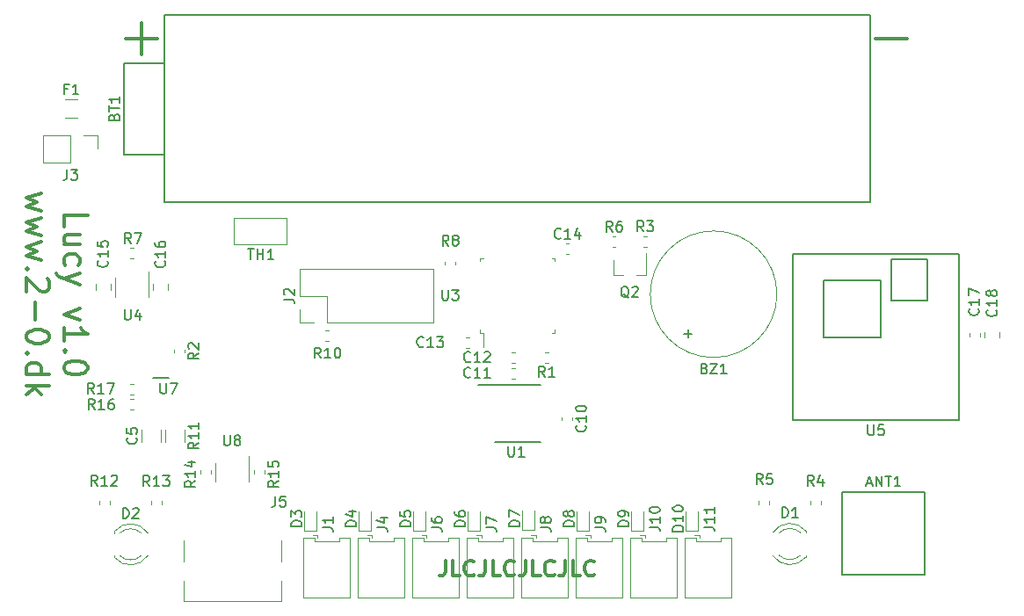
<source format=gbr>
G04 #@! TF.GenerationSoftware,KiCad,Pcbnew,5.1.8-db9833491~87~ubuntu20.04.1*
G04 #@! TF.CreationDate,2020-11-23T16:13:26+01:00*
G04 #@! TF.ProjectId,lucy,6c756379-2e6b-4696-9361-645f70636258,v1.0*
G04 #@! TF.SameCoordinates,Original*
G04 #@! TF.FileFunction,Legend,Top*
G04 #@! TF.FilePolarity,Positive*
%FSLAX46Y46*%
G04 Gerber Fmt 4.6, Leading zero omitted, Abs format (unit mm)*
G04 Created by KiCad (PCBNEW 5.1.8-db9833491~87~ubuntu20.04.1) date 2020-11-23 16:13:26*
%MOMM*%
%LPD*%
G01*
G04 APERTURE LIST*
%ADD10C,0.300000*%
%ADD11C,0.150000*%
%ADD12C,0.200000*%
%ADD13C,0.120000*%
G04 APERTURE END LIST*
D10*
X143031428Y-125518571D02*
X143031428Y-126590000D01*
X142960000Y-126804285D01*
X142817142Y-126947142D01*
X142602857Y-127018571D01*
X142460000Y-127018571D01*
X144460000Y-127018571D02*
X143745714Y-127018571D01*
X143745714Y-125518571D01*
X145817142Y-126875714D02*
X145745714Y-126947142D01*
X145531428Y-127018571D01*
X145388571Y-127018571D01*
X145174285Y-126947142D01*
X145031428Y-126804285D01*
X144960000Y-126661428D01*
X144888571Y-126375714D01*
X144888571Y-126161428D01*
X144960000Y-125875714D01*
X145031428Y-125732857D01*
X145174285Y-125590000D01*
X145388571Y-125518571D01*
X145531428Y-125518571D01*
X145745714Y-125590000D01*
X145817142Y-125661428D01*
X146888571Y-125518571D02*
X146888571Y-126590000D01*
X146817142Y-126804285D01*
X146674285Y-126947142D01*
X146460000Y-127018571D01*
X146317142Y-127018571D01*
X148317142Y-127018571D02*
X147602857Y-127018571D01*
X147602857Y-125518571D01*
X149674285Y-126875714D02*
X149602857Y-126947142D01*
X149388571Y-127018571D01*
X149245714Y-127018571D01*
X149031428Y-126947142D01*
X148888571Y-126804285D01*
X148817142Y-126661428D01*
X148745714Y-126375714D01*
X148745714Y-126161428D01*
X148817142Y-125875714D01*
X148888571Y-125732857D01*
X149031428Y-125590000D01*
X149245714Y-125518571D01*
X149388571Y-125518571D01*
X149602857Y-125590000D01*
X149674285Y-125661428D01*
X150745714Y-125518571D02*
X150745714Y-126590000D01*
X150674285Y-126804285D01*
X150531428Y-126947142D01*
X150317142Y-127018571D01*
X150174285Y-127018571D01*
X152174285Y-127018571D02*
X151460000Y-127018571D01*
X151460000Y-125518571D01*
X153531428Y-126875714D02*
X153460000Y-126947142D01*
X153245714Y-127018571D01*
X153102857Y-127018571D01*
X152888571Y-126947142D01*
X152745714Y-126804285D01*
X152674285Y-126661428D01*
X152602857Y-126375714D01*
X152602857Y-126161428D01*
X152674285Y-125875714D01*
X152745714Y-125732857D01*
X152888571Y-125590000D01*
X153102857Y-125518571D01*
X153245714Y-125518571D01*
X153460000Y-125590000D01*
X153531428Y-125661428D01*
X154602857Y-125518571D02*
X154602857Y-126590000D01*
X154531428Y-126804285D01*
X154388571Y-126947142D01*
X154174285Y-127018571D01*
X154031428Y-127018571D01*
X156031428Y-127018571D02*
X155317142Y-127018571D01*
X155317142Y-125518571D01*
X157388571Y-126875714D02*
X157317142Y-126947142D01*
X157102857Y-127018571D01*
X156960000Y-127018571D01*
X156745714Y-126947142D01*
X156602857Y-126804285D01*
X156531428Y-126661428D01*
X156460000Y-126375714D01*
X156460000Y-126161428D01*
X156531428Y-125875714D01*
X156602857Y-125732857D01*
X156745714Y-125590000D01*
X156960000Y-125518571D01*
X157102857Y-125518571D01*
X157317142Y-125590000D01*
X157388571Y-125661428D01*
X115273809Y-75285714D02*
X112226190Y-75285714D01*
X113750000Y-76809523D02*
X113750000Y-73761904D01*
X187523809Y-75285714D02*
X184476190Y-75285714D01*
X106319642Y-93344285D02*
X106319642Y-92272857D01*
X108569642Y-92272857D01*
X107819642Y-95058571D02*
X106319642Y-95058571D01*
X107819642Y-94094285D02*
X106641071Y-94094285D01*
X106426785Y-94201428D01*
X106319642Y-94415714D01*
X106319642Y-94737142D01*
X106426785Y-94951428D01*
X106533928Y-95058571D01*
X106426785Y-97094285D02*
X106319642Y-96880000D01*
X106319642Y-96451428D01*
X106426785Y-96237142D01*
X106533928Y-96130000D01*
X106748214Y-96022857D01*
X107391071Y-96022857D01*
X107605357Y-96130000D01*
X107712500Y-96237142D01*
X107819642Y-96451428D01*
X107819642Y-96880000D01*
X107712500Y-97094285D01*
X107819642Y-97844285D02*
X106319642Y-98380000D01*
X107819642Y-98915714D02*
X106319642Y-98380000D01*
X105783928Y-98165714D01*
X105676785Y-98058571D01*
X105569642Y-97844285D01*
X107819642Y-101272857D02*
X106319642Y-101808571D01*
X107819642Y-102344285D01*
X106319642Y-104380000D02*
X106319642Y-103094285D01*
X106319642Y-103737142D02*
X108569642Y-103737142D01*
X108248214Y-103522857D01*
X108033928Y-103308571D01*
X107926785Y-103094285D01*
X106533928Y-105344285D02*
X106426785Y-105451428D01*
X106319642Y-105344285D01*
X106426785Y-105237142D01*
X106533928Y-105344285D01*
X106319642Y-105344285D01*
X108569642Y-106844285D02*
X108569642Y-107058571D01*
X108462500Y-107272857D01*
X108355357Y-107380000D01*
X108141071Y-107487142D01*
X107712500Y-107594285D01*
X107176785Y-107594285D01*
X106748214Y-107487142D01*
X106533928Y-107380000D01*
X106426785Y-107272857D01*
X106319642Y-107058571D01*
X106319642Y-106844285D01*
X106426785Y-106630000D01*
X106533928Y-106522857D01*
X106748214Y-106415714D01*
X107176785Y-106308571D01*
X107712500Y-106308571D01*
X108141071Y-106415714D01*
X108355357Y-106522857D01*
X108462500Y-106630000D01*
X108569642Y-106844285D01*
X104144642Y-90130000D02*
X102644642Y-90558571D01*
X103716071Y-90987142D01*
X102644642Y-91415714D01*
X104144642Y-91844285D01*
X104144642Y-92487142D02*
X102644642Y-92915714D01*
X103716071Y-93344285D01*
X102644642Y-93772857D01*
X104144642Y-94201428D01*
X104144642Y-94844285D02*
X102644642Y-95272857D01*
X103716071Y-95701428D01*
X102644642Y-96130000D01*
X104144642Y-96558571D01*
X102858928Y-97415714D02*
X102751785Y-97522857D01*
X102644642Y-97415714D01*
X102751785Y-97308571D01*
X102858928Y-97415714D01*
X102644642Y-97415714D01*
X104680357Y-98380000D02*
X104787500Y-98487142D01*
X104894642Y-98701428D01*
X104894642Y-99237142D01*
X104787500Y-99451428D01*
X104680357Y-99558571D01*
X104466071Y-99665714D01*
X104251785Y-99665714D01*
X103930357Y-99558571D01*
X102644642Y-98272857D01*
X102644642Y-99665714D01*
X103501785Y-100630000D02*
X103501785Y-102344285D01*
X104894642Y-103844285D02*
X104894642Y-104058571D01*
X104787500Y-104272857D01*
X104680357Y-104380000D01*
X104466071Y-104487142D01*
X104037500Y-104594285D01*
X103501785Y-104594285D01*
X103073214Y-104487142D01*
X102858928Y-104380000D01*
X102751785Y-104272857D01*
X102644642Y-104058571D01*
X102644642Y-103844285D01*
X102751785Y-103630000D01*
X102858928Y-103522857D01*
X103073214Y-103415714D01*
X103501785Y-103308571D01*
X104037500Y-103308571D01*
X104466071Y-103415714D01*
X104680357Y-103522857D01*
X104787500Y-103630000D01*
X104894642Y-103844285D01*
X102858928Y-105558571D02*
X102751785Y-105665714D01*
X102644642Y-105558571D01*
X102751785Y-105451428D01*
X102858928Y-105558571D01*
X102644642Y-105558571D01*
X102644642Y-107594285D02*
X104894642Y-107594285D01*
X102751785Y-107594285D02*
X102644642Y-107380000D01*
X102644642Y-106951428D01*
X102751785Y-106737142D01*
X102858928Y-106630000D01*
X103073214Y-106522857D01*
X103716071Y-106522857D01*
X103930357Y-106630000D01*
X104037500Y-106737142D01*
X104144642Y-106951428D01*
X104144642Y-107380000D01*
X104037500Y-107594285D01*
X102644642Y-108665714D02*
X104894642Y-108665714D01*
X103501785Y-108880000D02*
X102644642Y-109522857D01*
X104144642Y-109522857D02*
X103287500Y-108665714D01*
D11*
X181250000Y-126930000D02*
X181250000Y-118930000D01*
X189250000Y-126930000D02*
X181250000Y-126930000D01*
X189250000Y-118930000D02*
X189250000Y-126930000D01*
X181250000Y-118930000D02*
X189250000Y-118930000D01*
D12*
X116365000Y-107955000D02*
X114840000Y-107955000D01*
D13*
X117800000Y-129400000D02*
X127200000Y-129400000D01*
X127200000Y-123600000D02*
X127200000Y-125600000D01*
X127200000Y-127500000D02*
X127200000Y-129400000D01*
X117800000Y-123600000D02*
X117800000Y-125600000D01*
X117800000Y-127500000D02*
X117800000Y-129400000D01*
D11*
X116000000Y-73000000D02*
X184000000Y-73000000D01*
X184000000Y-73000000D02*
X184000000Y-91000000D01*
X184000000Y-91000000D02*
X116000000Y-91000000D01*
X116000000Y-91000000D02*
X116000000Y-73000000D01*
X116000000Y-86400000D02*
X112100000Y-86400000D01*
X112100000Y-86400000D02*
X112100000Y-77600000D01*
X112100000Y-77600000D02*
X116000000Y-77600000D01*
X192500000Y-96000000D02*
X192500000Y-112000000D01*
X192500000Y-112000000D02*
X176500000Y-112000000D01*
X176500000Y-112000000D02*
X176500000Y-96000000D01*
X176500000Y-96000000D02*
X192500000Y-96000000D01*
X179500000Y-98500000D02*
X185000000Y-98500000D01*
X185000000Y-98500000D02*
X185000000Y-104000000D01*
X185000000Y-104000000D02*
X179500000Y-104000000D01*
X179500000Y-104000000D02*
X179500000Y-98500000D01*
X186000000Y-96500000D02*
X189500000Y-96500000D01*
X189500000Y-96500000D02*
X189500000Y-100500000D01*
X189500000Y-100500000D02*
X186000000Y-100500000D01*
X186000000Y-100500000D02*
X186000000Y-96500000D01*
D13*
X144020000Y-97042779D02*
X144020000Y-96717221D01*
X143000000Y-97042779D02*
X143000000Y-96717221D01*
X152637221Y-106470000D02*
X152962779Y-106470000D01*
X152637221Y-105450000D02*
X152962779Y-105450000D01*
X117930000Y-105512779D02*
X117930000Y-105187221D01*
X116910000Y-105512779D02*
X116910000Y-105187221D01*
X159452779Y-95300000D02*
X159127221Y-95300000D01*
X159452779Y-94280000D02*
X159127221Y-94280000D01*
X194510000Y-103624721D02*
X194510000Y-103950279D01*
X193490000Y-103624721D02*
X193490000Y-103950279D01*
X196410000Y-103528922D02*
X196410000Y-104046078D01*
X194990000Y-103528922D02*
X194990000Y-104046078D01*
X174980000Y-99870000D02*
G75*
G03*
X174980000Y-99870000I-6100000J0D01*
G01*
X149772779Y-107980000D02*
X149447221Y-107980000D01*
X149772779Y-106960000D02*
X149447221Y-106960000D01*
X149772779Y-105450000D02*
X149447221Y-105450000D01*
X149772779Y-106470000D02*
X149447221Y-106470000D01*
X145352779Y-104000000D02*
X145027221Y-104000000D01*
X145352779Y-105020000D02*
X145027221Y-105020000D01*
X154637221Y-94990000D02*
X154962779Y-94990000D01*
X154637221Y-96010000D02*
X154962779Y-96010000D01*
X109360000Y-98911422D02*
X109360000Y-99428578D01*
X110780000Y-98911422D02*
X110780000Y-99428578D01*
X114860000Y-99428578D02*
X114860000Y-98911422D01*
X116280000Y-99428578D02*
X116280000Y-98911422D01*
X177790000Y-125176000D02*
X177790000Y-125020000D01*
X177790000Y-122860000D02*
X177790000Y-122704000D01*
X174557665Y-125018608D02*
G75*
G03*
X177790000Y-125175516I1672335J1078608D01*
G01*
X174557665Y-122861392D02*
G75*
G02*
X177790000Y-122704484I1672335J-1078608D01*
G01*
X175188870Y-125019837D02*
G75*
G03*
X177270961Y-125020000I1041130J1079837D01*
G01*
X175188870Y-122860163D02*
G75*
G02*
X177270961Y-122860000I1041130J-1079837D01*
G01*
X106417936Y-81080000D02*
X107622064Y-81080000D01*
X106417936Y-82900000D02*
X107622064Y-82900000D01*
X159218000Y-98036000D02*
X160148000Y-98036000D01*
X162378000Y-98036000D02*
X161448000Y-98036000D01*
X162378000Y-98036000D02*
X162378000Y-95876000D01*
X159218000Y-98036000D02*
X159218000Y-96576000D01*
X179240000Y-119777221D02*
X179240000Y-120102779D01*
X178220000Y-119777221D02*
X178220000Y-120102779D01*
X174240000Y-120102779D02*
X174240000Y-119777221D01*
X173220000Y-120102779D02*
X173220000Y-119777221D01*
X112707221Y-95410000D02*
X113032779Y-95410000D01*
X112707221Y-96430000D02*
X113032779Y-96430000D01*
D11*
X147800000Y-114125000D02*
X152200000Y-114125000D01*
X146225000Y-108600000D02*
X152200000Y-108600000D01*
D13*
X131822779Y-104390000D02*
X131497221Y-104390000D01*
X131822779Y-103370000D02*
X131497221Y-103370000D01*
X111210000Y-98300000D02*
X111210000Y-100100000D01*
X114430000Y-100100000D02*
X114430000Y-97650000D01*
X155240000Y-111697221D02*
X155240000Y-112022779D01*
X154220000Y-111697221D02*
X154220000Y-112022779D01*
X109670000Y-120132779D02*
X109670000Y-119807221D01*
X110690000Y-120132779D02*
X110690000Y-119807221D01*
X115690000Y-119807221D02*
X115690000Y-120132779D01*
X114670000Y-119807221D02*
X114670000Y-120132779D01*
X119410000Y-116847221D02*
X119410000Y-117172779D01*
X120430000Y-116847221D02*
X120430000Y-117172779D01*
X125600000Y-116837221D02*
X125600000Y-117162779D01*
X124580000Y-116837221D02*
X124580000Y-117162779D01*
X153610000Y-96690000D02*
X153610000Y-96390000D01*
X153610000Y-96390000D02*
X153310000Y-96390000D01*
X153610000Y-103310000D02*
X153610000Y-103610000D01*
X153610000Y-103610000D02*
X153310000Y-103610000D01*
X146390000Y-96690000D02*
X146390000Y-96390000D01*
X146390000Y-96390000D02*
X146690000Y-96390000D01*
X146390000Y-103310000D02*
X146390000Y-103610000D01*
X146390000Y-103610000D02*
X146690000Y-103610000D01*
X146690000Y-103610000D02*
X146690000Y-104925000D01*
X124110000Y-117900000D02*
X124110000Y-115450000D01*
X120890000Y-116100000D02*
X120890000Y-117900000D01*
X111160000Y-122734000D02*
X111160000Y-122890000D01*
X111160000Y-125050000D02*
X111160000Y-125206000D01*
X114392335Y-122891392D02*
G75*
G03*
X111160000Y-122734484I-1672335J-1078608D01*
G01*
X114392335Y-125048608D02*
G75*
G02*
X111160000Y-125205516I-1672335J1078608D01*
G01*
X113761130Y-122890163D02*
G75*
G03*
X111679039Y-122890000I-1041130J-1079837D01*
G01*
X113761130Y-125049837D02*
G75*
G02*
X111679039Y-125050000I-1041130J1079837D01*
G01*
X112992779Y-111010000D02*
X112667221Y-111010000D01*
X112992779Y-109990000D02*
X112667221Y-109990000D01*
X112992779Y-108480000D02*
X112667221Y-108480000D01*
X112992779Y-109500000D02*
X112667221Y-109500000D01*
X115620000Y-112927936D02*
X115620000Y-114132064D01*
X113800000Y-112927936D02*
X113800000Y-114132064D01*
X130600000Y-120800000D02*
X130600000Y-122650000D01*
X129400000Y-120800000D02*
X129400000Y-122650000D01*
X129400000Y-122650000D02*
X130600000Y-122650000D01*
X134650000Y-122650000D02*
X135850000Y-122650000D01*
X134650000Y-120800000D02*
X134650000Y-122650000D01*
X135850000Y-120800000D02*
X135850000Y-122650000D01*
X141100000Y-120800000D02*
X141100000Y-122650000D01*
X139900000Y-120800000D02*
X139900000Y-122650000D01*
X139900000Y-122650000D02*
X141100000Y-122650000D01*
X145150000Y-122650000D02*
X146350000Y-122650000D01*
X145150000Y-120800000D02*
X145150000Y-122650000D01*
X146350000Y-120800000D02*
X146350000Y-122650000D01*
X150400000Y-122600000D02*
X151600000Y-122600000D01*
X150400000Y-120750000D02*
X150400000Y-122600000D01*
X151600000Y-120750000D02*
X151600000Y-122600000D01*
X156850000Y-120800000D02*
X156850000Y-122650000D01*
X155650000Y-120800000D02*
X155650000Y-122650000D01*
X155650000Y-122650000D02*
X156850000Y-122650000D01*
X160900000Y-122650000D02*
X162100000Y-122650000D01*
X160900000Y-120800000D02*
X160900000Y-122650000D01*
X162100000Y-120800000D02*
X162100000Y-122650000D01*
X167350000Y-120800000D02*
X167350000Y-122650000D01*
X166150000Y-120800000D02*
X166150000Y-122650000D01*
X166150000Y-122650000D02*
X167350000Y-122650000D01*
X104310000Y-84530000D02*
X104310000Y-87190000D01*
X106910000Y-84530000D02*
X104310000Y-84530000D01*
X106910000Y-87190000D02*
X104310000Y-87190000D01*
X106910000Y-84530000D02*
X106910000Y-87190000D01*
X108180000Y-84530000D02*
X109510000Y-84530000D01*
X109510000Y-84530000D02*
X109510000Y-85860000D01*
X162137221Y-94280000D02*
X162462779Y-94280000D01*
X162137221Y-95300000D02*
X162462779Y-95300000D01*
X117920000Y-112927936D02*
X117920000Y-114132064D01*
X116100000Y-112927936D02*
X116100000Y-114132064D01*
X130750000Y-123350000D02*
X130750000Y-123050000D01*
X130750000Y-123050000D02*
X130250000Y-123050000D01*
X131625000Y-123640000D02*
X130460000Y-123640000D01*
X130460000Y-123640000D02*
X130460000Y-123340000D01*
X130460000Y-123340000D02*
X129390000Y-123340000D01*
X129390000Y-123340000D02*
X129390000Y-129060000D01*
X129390000Y-129060000D02*
X131625000Y-129060000D01*
X131625000Y-123640000D02*
X132790000Y-123640000D01*
X132790000Y-123640000D02*
X132790000Y-123340000D01*
X132790000Y-123340000D02*
X133860000Y-123340000D01*
X133860000Y-123340000D02*
X133860000Y-129060000D01*
X133860000Y-129060000D02*
X131625000Y-129060000D01*
X129030000Y-102620000D02*
X129030000Y-101290000D01*
X130360000Y-102620000D02*
X129030000Y-102620000D01*
X129030000Y-100020000D02*
X129030000Y-97420000D01*
X131630000Y-100020000D02*
X129030000Y-100020000D01*
X131630000Y-102620000D02*
X131630000Y-100020000D01*
X129030000Y-97420000D02*
X141850000Y-97420000D01*
X131630000Y-102620000D02*
X141850000Y-102620000D01*
X141850000Y-102620000D02*
X141850000Y-97420000D01*
X139110000Y-129060000D02*
X136875000Y-129060000D01*
X139110000Y-123340000D02*
X139110000Y-129060000D01*
X138040000Y-123340000D02*
X139110000Y-123340000D01*
X138040000Y-123640000D02*
X138040000Y-123340000D01*
X136875000Y-123640000D02*
X138040000Y-123640000D01*
X134640000Y-129060000D02*
X136875000Y-129060000D01*
X134640000Y-123340000D02*
X134640000Y-129060000D01*
X135710000Y-123340000D02*
X134640000Y-123340000D01*
X135710000Y-123640000D02*
X135710000Y-123340000D01*
X136875000Y-123640000D02*
X135710000Y-123640000D01*
X136000000Y-123050000D02*
X135500000Y-123050000D01*
X136000000Y-123350000D02*
X136000000Y-123050000D01*
X141250000Y-123350000D02*
X141250000Y-123050000D01*
X141250000Y-123050000D02*
X140750000Y-123050000D01*
X142125000Y-123640000D02*
X140960000Y-123640000D01*
X140960000Y-123640000D02*
X140960000Y-123340000D01*
X140960000Y-123340000D02*
X139890000Y-123340000D01*
X139890000Y-123340000D02*
X139890000Y-129060000D01*
X139890000Y-129060000D02*
X142125000Y-129060000D01*
X142125000Y-123640000D02*
X143290000Y-123640000D01*
X143290000Y-123640000D02*
X143290000Y-123340000D01*
X143290000Y-123340000D02*
X144360000Y-123340000D01*
X144360000Y-123340000D02*
X144360000Y-129060000D01*
X144360000Y-129060000D02*
X142125000Y-129060000D01*
X149610000Y-129060000D02*
X147375000Y-129060000D01*
X149610000Y-123340000D02*
X149610000Y-129060000D01*
X148540000Y-123340000D02*
X149610000Y-123340000D01*
X148540000Y-123640000D02*
X148540000Y-123340000D01*
X147375000Y-123640000D02*
X148540000Y-123640000D01*
X145140000Y-129060000D02*
X147375000Y-129060000D01*
X145140000Y-123340000D02*
X145140000Y-129060000D01*
X146210000Y-123340000D02*
X145140000Y-123340000D01*
X146210000Y-123640000D02*
X146210000Y-123340000D01*
X147375000Y-123640000D02*
X146210000Y-123640000D01*
X146500000Y-123050000D02*
X146000000Y-123050000D01*
X146500000Y-123350000D02*
X146500000Y-123050000D01*
X154860000Y-129060000D02*
X152625000Y-129060000D01*
X154860000Y-123340000D02*
X154860000Y-129060000D01*
X153790000Y-123340000D02*
X154860000Y-123340000D01*
X153790000Y-123640000D02*
X153790000Y-123340000D01*
X152625000Y-123640000D02*
X153790000Y-123640000D01*
X150390000Y-129060000D02*
X152625000Y-129060000D01*
X150390000Y-123340000D02*
X150390000Y-129060000D01*
X151460000Y-123340000D02*
X150390000Y-123340000D01*
X151460000Y-123640000D02*
X151460000Y-123340000D01*
X152625000Y-123640000D02*
X151460000Y-123640000D01*
X151750000Y-123050000D02*
X151250000Y-123050000D01*
X151750000Y-123350000D02*
X151750000Y-123050000D01*
X157000000Y-123350000D02*
X157000000Y-123050000D01*
X157000000Y-123050000D02*
X156500000Y-123050000D01*
X157875000Y-123640000D02*
X156710000Y-123640000D01*
X156710000Y-123640000D02*
X156710000Y-123340000D01*
X156710000Y-123340000D02*
X155640000Y-123340000D01*
X155640000Y-123340000D02*
X155640000Y-129060000D01*
X155640000Y-129060000D02*
X157875000Y-129060000D01*
X157875000Y-123640000D02*
X159040000Y-123640000D01*
X159040000Y-123640000D02*
X159040000Y-123340000D01*
X159040000Y-123340000D02*
X160110000Y-123340000D01*
X160110000Y-123340000D02*
X160110000Y-129060000D01*
X160110000Y-129060000D02*
X157875000Y-129060000D01*
X165360000Y-129060000D02*
X163125000Y-129060000D01*
X165360000Y-123340000D02*
X165360000Y-129060000D01*
X164290000Y-123340000D02*
X165360000Y-123340000D01*
X164290000Y-123640000D02*
X164290000Y-123340000D01*
X163125000Y-123640000D02*
X164290000Y-123640000D01*
X160890000Y-129060000D02*
X163125000Y-129060000D01*
X160890000Y-123340000D02*
X160890000Y-129060000D01*
X161960000Y-123340000D02*
X160890000Y-123340000D01*
X161960000Y-123640000D02*
X161960000Y-123340000D01*
X163125000Y-123640000D02*
X161960000Y-123640000D01*
X162250000Y-123050000D02*
X161750000Y-123050000D01*
X162250000Y-123350000D02*
X162250000Y-123050000D01*
X167500000Y-123350000D02*
X167500000Y-123050000D01*
X167500000Y-123050000D02*
X167000000Y-123050000D01*
X168375000Y-123640000D02*
X167210000Y-123640000D01*
X167210000Y-123640000D02*
X167210000Y-123340000D01*
X167210000Y-123340000D02*
X166140000Y-123340000D01*
X166140000Y-123340000D02*
X166140000Y-129060000D01*
X166140000Y-129060000D02*
X168375000Y-129060000D01*
X168375000Y-123640000D02*
X169540000Y-123640000D01*
X169540000Y-123640000D02*
X169540000Y-123340000D01*
X169540000Y-123340000D02*
X170610000Y-123340000D01*
X170610000Y-123340000D02*
X170610000Y-129060000D01*
X170610000Y-129060000D02*
X168375000Y-129060000D01*
X127780000Y-95060000D02*
X122700000Y-95060000D01*
X122700000Y-95060000D02*
X122700000Y-92520000D01*
X122700000Y-92520000D02*
X127780000Y-92520000D01*
X127780000Y-92520000D02*
X127780000Y-95060000D01*
D11*
X183630952Y-118096666D02*
X184107142Y-118096666D01*
X183535714Y-118382380D02*
X183869047Y-117382380D01*
X184202380Y-118382380D01*
X184535714Y-118382380D02*
X184535714Y-117382380D01*
X185107142Y-118382380D01*
X185107142Y-117382380D01*
X185440476Y-117382380D02*
X186011904Y-117382380D01*
X185726190Y-118382380D02*
X185726190Y-117382380D01*
X186869047Y-118382380D02*
X186297619Y-118382380D01*
X186583333Y-118382380D02*
X186583333Y-117382380D01*
X186488095Y-117525238D01*
X186392857Y-117620476D01*
X186297619Y-117668095D01*
X115588095Y-108452380D02*
X115588095Y-109261904D01*
X115635714Y-109357142D01*
X115683333Y-109404761D01*
X115778571Y-109452380D01*
X115969047Y-109452380D01*
X116064285Y-109404761D01*
X116111904Y-109357142D01*
X116159523Y-109261904D01*
X116159523Y-108452380D01*
X116540476Y-108452380D02*
X117207142Y-108452380D01*
X116778571Y-109452380D01*
X126676666Y-119342380D02*
X126676666Y-120056666D01*
X126629047Y-120199523D01*
X126533809Y-120294761D01*
X126390952Y-120342380D01*
X126295714Y-120342380D01*
X127629047Y-119342380D02*
X127152857Y-119342380D01*
X127105238Y-119818571D01*
X127152857Y-119770952D01*
X127248095Y-119723333D01*
X127486190Y-119723333D01*
X127581428Y-119770952D01*
X127629047Y-119818571D01*
X127676666Y-119913809D01*
X127676666Y-120151904D01*
X127629047Y-120247142D01*
X127581428Y-120294761D01*
X127486190Y-120342380D01*
X127248095Y-120342380D01*
X127152857Y-120294761D01*
X127105238Y-120247142D01*
X111118571Y-82775714D02*
X111166190Y-82632857D01*
X111213809Y-82585238D01*
X111309047Y-82537619D01*
X111451904Y-82537619D01*
X111547142Y-82585238D01*
X111594761Y-82632857D01*
X111642380Y-82728095D01*
X111642380Y-83109047D01*
X110642380Y-83109047D01*
X110642380Y-82775714D01*
X110690000Y-82680476D01*
X110737619Y-82632857D01*
X110832857Y-82585238D01*
X110928095Y-82585238D01*
X111023333Y-82632857D01*
X111070952Y-82680476D01*
X111118571Y-82775714D01*
X111118571Y-83109047D01*
X110642380Y-82251904D02*
X110642380Y-81680476D01*
X111642380Y-81966190D02*
X110642380Y-81966190D01*
X111642380Y-80823333D02*
X111642380Y-81394761D01*
X111642380Y-81109047D02*
X110642380Y-81109047D01*
X110785238Y-81204285D01*
X110880476Y-81299523D01*
X110928095Y-81394761D01*
X183748095Y-112452380D02*
X183748095Y-113261904D01*
X183795714Y-113357142D01*
X183843333Y-113404761D01*
X183938571Y-113452380D01*
X184129047Y-113452380D01*
X184224285Y-113404761D01*
X184271904Y-113357142D01*
X184319523Y-113261904D01*
X184319523Y-112452380D01*
X185271904Y-112452380D02*
X184795714Y-112452380D01*
X184748095Y-112928571D01*
X184795714Y-112880952D01*
X184890952Y-112833333D01*
X185129047Y-112833333D01*
X185224285Y-112880952D01*
X185271904Y-112928571D01*
X185319523Y-113023809D01*
X185319523Y-113261904D01*
X185271904Y-113357142D01*
X185224285Y-113404761D01*
X185129047Y-113452380D01*
X184890952Y-113452380D01*
X184795714Y-113404761D01*
X184748095Y-113357142D01*
X143353333Y-95192380D02*
X143020000Y-94716190D01*
X142781904Y-95192380D02*
X142781904Y-94192380D01*
X143162857Y-94192380D01*
X143258095Y-94240000D01*
X143305714Y-94287619D01*
X143353333Y-94382857D01*
X143353333Y-94525714D01*
X143305714Y-94620952D01*
X143258095Y-94668571D01*
X143162857Y-94716190D01*
X142781904Y-94716190D01*
X143924761Y-94620952D02*
X143829523Y-94573333D01*
X143781904Y-94525714D01*
X143734285Y-94430476D01*
X143734285Y-94382857D01*
X143781904Y-94287619D01*
X143829523Y-94240000D01*
X143924761Y-94192380D01*
X144115238Y-94192380D01*
X144210476Y-94240000D01*
X144258095Y-94287619D01*
X144305714Y-94382857D01*
X144305714Y-94430476D01*
X144258095Y-94525714D01*
X144210476Y-94573333D01*
X144115238Y-94620952D01*
X143924761Y-94620952D01*
X143829523Y-94668571D01*
X143781904Y-94716190D01*
X143734285Y-94811428D01*
X143734285Y-95001904D01*
X143781904Y-95097142D01*
X143829523Y-95144761D01*
X143924761Y-95192380D01*
X144115238Y-95192380D01*
X144210476Y-95144761D01*
X144258095Y-95097142D01*
X144305714Y-95001904D01*
X144305714Y-94811428D01*
X144258095Y-94716190D01*
X144210476Y-94668571D01*
X144115238Y-94620952D01*
X152623333Y-107832380D02*
X152290000Y-107356190D01*
X152051904Y-107832380D02*
X152051904Y-106832380D01*
X152432857Y-106832380D01*
X152528095Y-106880000D01*
X152575714Y-106927619D01*
X152623333Y-107022857D01*
X152623333Y-107165714D01*
X152575714Y-107260952D01*
X152528095Y-107308571D01*
X152432857Y-107356190D01*
X152051904Y-107356190D01*
X153575714Y-107832380D02*
X153004285Y-107832380D01*
X153290000Y-107832380D02*
X153290000Y-106832380D01*
X153194761Y-106975238D01*
X153099523Y-107070476D01*
X153004285Y-107118095D01*
X119282380Y-105526666D02*
X118806190Y-105860000D01*
X119282380Y-106098095D02*
X118282380Y-106098095D01*
X118282380Y-105717142D01*
X118330000Y-105621904D01*
X118377619Y-105574285D01*
X118472857Y-105526666D01*
X118615714Y-105526666D01*
X118710952Y-105574285D01*
X118758571Y-105621904D01*
X118806190Y-105717142D01*
X118806190Y-106098095D01*
X118377619Y-105145714D02*
X118330000Y-105098095D01*
X118282380Y-105002857D01*
X118282380Y-104764761D01*
X118330000Y-104669523D01*
X118377619Y-104621904D01*
X118472857Y-104574285D01*
X118568095Y-104574285D01*
X118710952Y-104621904D01*
X119282380Y-105193333D01*
X119282380Y-104574285D01*
X159133333Y-93832380D02*
X158800000Y-93356190D01*
X158561904Y-93832380D02*
X158561904Y-92832380D01*
X158942857Y-92832380D01*
X159038095Y-92880000D01*
X159085714Y-92927619D01*
X159133333Y-93022857D01*
X159133333Y-93165714D01*
X159085714Y-93260952D01*
X159038095Y-93308571D01*
X158942857Y-93356190D01*
X158561904Y-93356190D01*
X159990476Y-92832380D02*
X159800000Y-92832380D01*
X159704761Y-92880000D01*
X159657142Y-92927619D01*
X159561904Y-93070476D01*
X159514285Y-93260952D01*
X159514285Y-93641904D01*
X159561904Y-93737142D01*
X159609523Y-93784761D01*
X159704761Y-93832380D01*
X159895238Y-93832380D01*
X159990476Y-93784761D01*
X160038095Y-93737142D01*
X160085714Y-93641904D01*
X160085714Y-93403809D01*
X160038095Y-93308571D01*
X159990476Y-93260952D01*
X159895238Y-93213333D01*
X159704761Y-93213333D01*
X159609523Y-93260952D01*
X159561904Y-93308571D01*
X159514285Y-93403809D01*
X194357142Y-101272857D02*
X194404761Y-101320476D01*
X194452380Y-101463333D01*
X194452380Y-101558571D01*
X194404761Y-101701428D01*
X194309523Y-101796666D01*
X194214285Y-101844285D01*
X194023809Y-101891904D01*
X193880952Y-101891904D01*
X193690476Y-101844285D01*
X193595238Y-101796666D01*
X193500000Y-101701428D01*
X193452380Y-101558571D01*
X193452380Y-101463333D01*
X193500000Y-101320476D01*
X193547619Y-101272857D01*
X194452380Y-100320476D02*
X194452380Y-100891904D01*
X194452380Y-100606190D02*
X193452380Y-100606190D01*
X193595238Y-100701428D01*
X193690476Y-100796666D01*
X193738095Y-100891904D01*
X193452380Y-99987142D02*
X193452380Y-99320476D01*
X194452380Y-99749047D01*
X196082142Y-101372857D02*
X196129761Y-101420476D01*
X196177380Y-101563333D01*
X196177380Y-101658571D01*
X196129761Y-101801428D01*
X196034523Y-101896666D01*
X195939285Y-101944285D01*
X195748809Y-101991904D01*
X195605952Y-101991904D01*
X195415476Y-101944285D01*
X195320238Y-101896666D01*
X195225000Y-101801428D01*
X195177380Y-101658571D01*
X195177380Y-101563333D01*
X195225000Y-101420476D01*
X195272619Y-101372857D01*
X196177380Y-100420476D02*
X196177380Y-100991904D01*
X196177380Y-100706190D02*
X195177380Y-100706190D01*
X195320238Y-100801428D01*
X195415476Y-100896666D01*
X195463095Y-100991904D01*
X195605952Y-99849047D02*
X195558333Y-99944285D01*
X195510714Y-99991904D01*
X195415476Y-100039523D01*
X195367857Y-100039523D01*
X195272619Y-99991904D01*
X195225000Y-99944285D01*
X195177380Y-99849047D01*
X195177380Y-99658571D01*
X195225000Y-99563333D01*
X195272619Y-99515714D01*
X195367857Y-99468095D01*
X195415476Y-99468095D01*
X195510714Y-99515714D01*
X195558333Y-99563333D01*
X195605952Y-99658571D01*
X195605952Y-99849047D01*
X195653571Y-99944285D01*
X195701190Y-99991904D01*
X195796428Y-100039523D01*
X195986904Y-100039523D01*
X196082142Y-99991904D01*
X196129761Y-99944285D01*
X196177380Y-99849047D01*
X196177380Y-99658571D01*
X196129761Y-99563333D01*
X196082142Y-99515714D01*
X195986904Y-99468095D01*
X195796428Y-99468095D01*
X195701190Y-99515714D01*
X195653571Y-99563333D01*
X195605952Y-99658571D01*
X168009047Y-107008571D02*
X168151904Y-107056190D01*
X168199523Y-107103809D01*
X168247142Y-107199047D01*
X168247142Y-107341904D01*
X168199523Y-107437142D01*
X168151904Y-107484761D01*
X168056666Y-107532380D01*
X167675714Y-107532380D01*
X167675714Y-106532380D01*
X168009047Y-106532380D01*
X168104285Y-106580000D01*
X168151904Y-106627619D01*
X168199523Y-106722857D01*
X168199523Y-106818095D01*
X168151904Y-106913333D01*
X168104285Y-106960952D01*
X168009047Y-107008571D01*
X167675714Y-107008571D01*
X168580476Y-106532380D02*
X169247142Y-106532380D01*
X168580476Y-107532380D01*
X169247142Y-107532380D01*
X170151904Y-107532380D02*
X169580476Y-107532380D01*
X169866190Y-107532380D02*
X169866190Y-106532380D01*
X169770952Y-106675238D01*
X169675714Y-106770476D01*
X169580476Y-106818095D01*
X166411428Y-104060952D02*
X166411428Y-103299047D01*
X166792380Y-103680000D02*
X166030476Y-103680000D01*
X145447142Y-107827142D02*
X145399523Y-107874761D01*
X145256666Y-107922380D01*
X145161428Y-107922380D01*
X145018571Y-107874761D01*
X144923333Y-107779523D01*
X144875714Y-107684285D01*
X144828095Y-107493809D01*
X144828095Y-107350952D01*
X144875714Y-107160476D01*
X144923333Y-107065238D01*
X145018571Y-106970000D01*
X145161428Y-106922380D01*
X145256666Y-106922380D01*
X145399523Y-106970000D01*
X145447142Y-107017619D01*
X146399523Y-107922380D02*
X145828095Y-107922380D01*
X146113809Y-107922380D02*
X146113809Y-106922380D01*
X146018571Y-107065238D01*
X145923333Y-107160476D01*
X145828095Y-107208095D01*
X147351904Y-107922380D02*
X146780476Y-107922380D01*
X147066190Y-107922380D02*
X147066190Y-106922380D01*
X146970952Y-107065238D01*
X146875714Y-107160476D01*
X146780476Y-107208095D01*
X145457142Y-106317142D02*
X145409523Y-106364761D01*
X145266666Y-106412380D01*
X145171428Y-106412380D01*
X145028571Y-106364761D01*
X144933333Y-106269523D01*
X144885714Y-106174285D01*
X144838095Y-105983809D01*
X144838095Y-105840952D01*
X144885714Y-105650476D01*
X144933333Y-105555238D01*
X145028571Y-105460000D01*
X145171428Y-105412380D01*
X145266666Y-105412380D01*
X145409523Y-105460000D01*
X145457142Y-105507619D01*
X146409523Y-106412380D02*
X145838095Y-106412380D01*
X146123809Y-106412380D02*
X146123809Y-105412380D01*
X146028571Y-105555238D01*
X145933333Y-105650476D01*
X145838095Y-105698095D01*
X146790476Y-105507619D02*
X146838095Y-105460000D01*
X146933333Y-105412380D01*
X147171428Y-105412380D01*
X147266666Y-105460000D01*
X147314285Y-105507619D01*
X147361904Y-105602857D01*
X147361904Y-105698095D01*
X147314285Y-105840952D01*
X146742857Y-106412380D01*
X147361904Y-106412380D01*
X140937142Y-104877142D02*
X140889523Y-104924761D01*
X140746666Y-104972380D01*
X140651428Y-104972380D01*
X140508571Y-104924761D01*
X140413333Y-104829523D01*
X140365714Y-104734285D01*
X140318095Y-104543809D01*
X140318095Y-104400952D01*
X140365714Y-104210476D01*
X140413333Y-104115238D01*
X140508571Y-104020000D01*
X140651428Y-103972380D01*
X140746666Y-103972380D01*
X140889523Y-104020000D01*
X140937142Y-104067619D01*
X141889523Y-104972380D02*
X141318095Y-104972380D01*
X141603809Y-104972380D02*
X141603809Y-103972380D01*
X141508571Y-104115238D01*
X141413333Y-104210476D01*
X141318095Y-104258095D01*
X142222857Y-103972380D02*
X142841904Y-103972380D01*
X142508571Y-104353333D01*
X142651428Y-104353333D01*
X142746666Y-104400952D01*
X142794285Y-104448571D01*
X142841904Y-104543809D01*
X142841904Y-104781904D01*
X142794285Y-104877142D01*
X142746666Y-104924761D01*
X142651428Y-104972380D01*
X142365714Y-104972380D01*
X142270476Y-104924761D01*
X142222857Y-104877142D01*
X154157142Y-94427142D02*
X154109523Y-94474761D01*
X153966666Y-94522380D01*
X153871428Y-94522380D01*
X153728571Y-94474761D01*
X153633333Y-94379523D01*
X153585714Y-94284285D01*
X153538095Y-94093809D01*
X153538095Y-93950952D01*
X153585714Y-93760476D01*
X153633333Y-93665238D01*
X153728571Y-93570000D01*
X153871428Y-93522380D01*
X153966666Y-93522380D01*
X154109523Y-93570000D01*
X154157142Y-93617619D01*
X155109523Y-94522380D02*
X154538095Y-94522380D01*
X154823809Y-94522380D02*
X154823809Y-93522380D01*
X154728571Y-93665238D01*
X154633333Y-93760476D01*
X154538095Y-93808095D01*
X155966666Y-93855714D02*
X155966666Y-94522380D01*
X155728571Y-93474761D02*
X155490476Y-94189047D01*
X156109523Y-94189047D01*
X110437142Y-96642857D02*
X110484761Y-96690476D01*
X110532380Y-96833333D01*
X110532380Y-96928571D01*
X110484761Y-97071428D01*
X110389523Y-97166666D01*
X110294285Y-97214285D01*
X110103809Y-97261904D01*
X109960952Y-97261904D01*
X109770476Y-97214285D01*
X109675238Y-97166666D01*
X109580000Y-97071428D01*
X109532380Y-96928571D01*
X109532380Y-96833333D01*
X109580000Y-96690476D01*
X109627619Y-96642857D01*
X110532380Y-95690476D02*
X110532380Y-96261904D01*
X110532380Y-95976190D02*
X109532380Y-95976190D01*
X109675238Y-96071428D01*
X109770476Y-96166666D01*
X109818095Y-96261904D01*
X109532380Y-94785714D02*
X109532380Y-95261904D01*
X110008571Y-95309523D01*
X109960952Y-95261904D01*
X109913333Y-95166666D01*
X109913333Y-94928571D01*
X109960952Y-94833333D01*
X110008571Y-94785714D01*
X110103809Y-94738095D01*
X110341904Y-94738095D01*
X110437142Y-94785714D01*
X110484761Y-94833333D01*
X110532380Y-94928571D01*
X110532380Y-95166666D01*
X110484761Y-95261904D01*
X110437142Y-95309523D01*
X115977142Y-96672857D02*
X116024761Y-96720476D01*
X116072380Y-96863333D01*
X116072380Y-96958571D01*
X116024761Y-97101428D01*
X115929523Y-97196666D01*
X115834285Y-97244285D01*
X115643809Y-97291904D01*
X115500952Y-97291904D01*
X115310476Y-97244285D01*
X115215238Y-97196666D01*
X115120000Y-97101428D01*
X115072380Y-96958571D01*
X115072380Y-96863333D01*
X115120000Y-96720476D01*
X115167619Y-96672857D01*
X116072380Y-95720476D02*
X116072380Y-96291904D01*
X116072380Y-96006190D02*
X115072380Y-96006190D01*
X115215238Y-96101428D01*
X115310476Y-96196666D01*
X115358095Y-96291904D01*
X115072380Y-94863333D02*
X115072380Y-95053809D01*
X115120000Y-95149047D01*
X115167619Y-95196666D01*
X115310476Y-95291904D01*
X115500952Y-95339523D01*
X115881904Y-95339523D01*
X115977142Y-95291904D01*
X116024761Y-95244285D01*
X116072380Y-95149047D01*
X116072380Y-94958571D01*
X116024761Y-94863333D01*
X115977142Y-94815714D01*
X115881904Y-94768095D01*
X115643809Y-94768095D01*
X115548571Y-94815714D01*
X115500952Y-94863333D01*
X115453333Y-94958571D01*
X115453333Y-95149047D01*
X115500952Y-95244285D01*
X115548571Y-95291904D01*
X115643809Y-95339523D01*
X175491904Y-121392380D02*
X175491904Y-120392380D01*
X175730000Y-120392380D01*
X175872857Y-120440000D01*
X175968095Y-120535238D01*
X176015714Y-120630476D01*
X176063333Y-120820952D01*
X176063333Y-120963809D01*
X176015714Y-121154285D01*
X175968095Y-121249523D01*
X175872857Y-121344761D01*
X175730000Y-121392380D01*
X175491904Y-121392380D01*
X177015714Y-121392380D02*
X176444285Y-121392380D01*
X176730000Y-121392380D02*
X176730000Y-120392380D01*
X176634761Y-120535238D01*
X176539523Y-120630476D01*
X176444285Y-120678095D01*
X106666666Y-80088571D02*
X106333333Y-80088571D01*
X106333333Y-80612380D02*
X106333333Y-79612380D01*
X106809523Y-79612380D01*
X107714285Y-80612380D02*
X107142857Y-80612380D01*
X107428571Y-80612380D02*
X107428571Y-79612380D01*
X107333333Y-79755238D01*
X107238095Y-79850476D01*
X107142857Y-79898095D01*
X160692761Y-100223619D02*
X160597523Y-100176000D01*
X160502285Y-100080761D01*
X160359428Y-99937904D01*
X160264190Y-99890285D01*
X160168952Y-99890285D01*
X160216571Y-100128380D02*
X160121333Y-100080761D01*
X160026095Y-99985523D01*
X159978476Y-99795047D01*
X159978476Y-99461714D01*
X160026095Y-99271238D01*
X160121333Y-99176000D01*
X160216571Y-99128380D01*
X160407047Y-99128380D01*
X160502285Y-99176000D01*
X160597523Y-99271238D01*
X160645142Y-99461714D01*
X160645142Y-99795047D01*
X160597523Y-99985523D01*
X160502285Y-100080761D01*
X160407047Y-100128380D01*
X160216571Y-100128380D01*
X161026095Y-99223619D02*
X161073714Y-99176000D01*
X161168952Y-99128380D01*
X161407047Y-99128380D01*
X161502285Y-99176000D01*
X161549904Y-99223619D01*
X161597523Y-99318857D01*
X161597523Y-99414095D01*
X161549904Y-99556952D01*
X160978476Y-100128380D01*
X161597523Y-100128380D01*
X178543333Y-118302380D02*
X178210000Y-117826190D01*
X177971904Y-118302380D02*
X177971904Y-117302380D01*
X178352857Y-117302380D01*
X178448095Y-117350000D01*
X178495714Y-117397619D01*
X178543333Y-117492857D01*
X178543333Y-117635714D01*
X178495714Y-117730952D01*
X178448095Y-117778571D01*
X178352857Y-117826190D01*
X177971904Y-117826190D01*
X179400476Y-117635714D02*
X179400476Y-118302380D01*
X179162380Y-117254761D02*
X178924285Y-117969047D01*
X179543333Y-117969047D01*
X173593333Y-118172380D02*
X173260000Y-117696190D01*
X173021904Y-118172380D02*
X173021904Y-117172380D01*
X173402857Y-117172380D01*
X173498095Y-117220000D01*
X173545714Y-117267619D01*
X173593333Y-117362857D01*
X173593333Y-117505714D01*
X173545714Y-117600952D01*
X173498095Y-117648571D01*
X173402857Y-117696190D01*
X173021904Y-117696190D01*
X174498095Y-117172380D02*
X174021904Y-117172380D01*
X173974285Y-117648571D01*
X174021904Y-117600952D01*
X174117142Y-117553333D01*
X174355238Y-117553333D01*
X174450476Y-117600952D01*
X174498095Y-117648571D01*
X174545714Y-117743809D01*
X174545714Y-117981904D01*
X174498095Y-118077142D01*
X174450476Y-118124761D01*
X174355238Y-118172380D01*
X174117142Y-118172380D01*
X174021904Y-118124761D01*
X173974285Y-118077142D01*
X112773333Y-94982380D02*
X112440000Y-94506190D01*
X112201904Y-94982380D02*
X112201904Y-93982380D01*
X112582857Y-93982380D01*
X112678095Y-94030000D01*
X112725714Y-94077619D01*
X112773333Y-94172857D01*
X112773333Y-94315714D01*
X112725714Y-94410952D01*
X112678095Y-94458571D01*
X112582857Y-94506190D01*
X112201904Y-94506190D01*
X113106666Y-93982380D02*
X113773333Y-93982380D01*
X113344761Y-94982380D01*
X149098095Y-114514380D02*
X149098095Y-115323904D01*
X149145714Y-115419142D01*
X149193333Y-115466761D01*
X149288571Y-115514380D01*
X149479047Y-115514380D01*
X149574285Y-115466761D01*
X149621904Y-115419142D01*
X149669523Y-115323904D01*
X149669523Y-114514380D01*
X150669523Y-115514380D02*
X150098095Y-115514380D01*
X150383809Y-115514380D02*
X150383809Y-114514380D01*
X150288571Y-114657238D01*
X150193333Y-114752476D01*
X150098095Y-114800095D01*
X131047142Y-106022380D02*
X130713809Y-105546190D01*
X130475714Y-106022380D02*
X130475714Y-105022380D01*
X130856666Y-105022380D01*
X130951904Y-105070000D01*
X130999523Y-105117619D01*
X131047142Y-105212857D01*
X131047142Y-105355714D01*
X130999523Y-105450952D01*
X130951904Y-105498571D01*
X130856666Y-105546190D01*
X130475714Y-105546190D01*
X131999523Y-106022380D02*
X131428095Y-106022380D01*
X131713809Y-106022380D02*
X131713809Y-105022380D01*
X131618571Y-105165238D01*
X131523333Y-105260476D01*
X131428095Y-105308095D01*
X132618571Y-105022380D02*
X132713809Y-105022380D01*
X132809047Y-105070000D01*
X132856666Y-105117619D01*
X132904285Y-105212857D01*
X132951904Y-105403333D01*
X132951904Y-105641428D01*
X132904285Y-105831904D01*
X132856666Y-105927142D01*
X132809047Y-105974761D01*
X132713809Y-106022380D01*
X132618571Y-106022380D01*
X132523333Y-105974761D01*
X132475714Y-105927142D01*
X132428095Y-105831904D01*
X132380476Y-105641428D01*
X132380476Y-105403333D01*
X132428095Y-105212857D01*
X132475714Y-105117619D01*
X132523333Y-105070000D01*
X132618571Y-105022380D01*
X112158095Y-101342380D02*
X112158095Y-102151904D01*
X112205714Y-102247142D01*
X112253333Y-102294761D01*
X112348571Y-102342380D01*
X112539047Y-102342380D01*
X112634285Y-102294761D01*
X112681904Y-102247142D01*
X112729523Y-102151904D01*
X112729523Y-101342380D01*
X113634285Y-101675714D02*
X113634285Y-102342380D01*
X113396190Y-101294761D02*
X113158095Y-102009047D01*
X113777142Y-102009047D01*
X156517142Y-112502857D02*
X156564761Y-112550476D01*
X156612380Y-112693333D01*
X156612380Y-112788571D01*
X156564761Y-112931428D01*
X156469523Y-113026666D01*
X156374285Y-113074285D01*
X156183809Y-113121904D01*
X156040952Y-113121904D01*
X155850476Y-113074285D01*
X155755238Y-113026666D01*
X155660000Y-112931428D01*
X155612380Y-112788571D01*
X155612380Y-112693333D01*
X155660000Y-112550476D01*
X155707619Y-112502857D01*
X156612380Y-111550476D02*
X156612380Y-112121904D01*
X156612380Y-111836190D02*
X155612380Y-111836190D01*
X155755238Y-111931428D01*
X155850476Y-112026666D01*
X155898095Y-112121904D01*
X155612380Y-110931428D02*
X155612380Y-110836190D01*
X155660000Y-110740952D01*
X155707619Y-110693333D01*
X155802857Y-110645714D01*
X155993333Y-110598095D01*
X156231428Y-110598095D01*
X156421904Y-110645714D01*
X156517142Y-110693333D01*
X156564761Y-110740952D01*
X156612380Y-110836190D01*
X156612380Y-110931428D01*
X156564761Y-111026666D01*
X156517142Y-111074285D01*
X156421904Y-111121904D01*
X156231428Y-111169523D01*
X155993333Y-111169523D01*
X155802857Y-111121904D01*
X155707619Y-111074285D01*
X155660000Y-111026666D01*
X155612380Y-110931428D01*
X109537142Y-118312380D02*
X109203809Y-117836190D01*
X108965714Y-118312380D02*
X108965714Y-117312380D01*
X109346666Y-117312380D01*
X109441904Y-117360000D01*
X109489523Y-117407619D01*
X109537142Y-117502857D01*
X109537142Y-117645714D01*
X109489523Y-117740952D01*
X109441904Y-117788571D01*
X109346666Y-117836190D01*
X108965714Y-117836190D01*
X110489523Y-118312380D02*
X109918095Y-118312380D01*
X110203809Y-118312380D02*
X110203809Y-117312380D01*
X110108571Y-117455238D01*
X110013333Y-117550476D01*
X109918095Y-117598095D01*
X110870476Y-117407619D02*
X110918095Y-117360000D01*
X111013333Y-117312380D01*
X111251428Y-117312380D01*
X111346666Y-117360000D01*
X111394285Y-117407619D01*
X111441904Y-117502857D01*
X111441904Y-117598095D01*
X111394285Y-117740952D01*
X110822857Y-118312380D01*
X111441904Y-118312380D01*
X114557142Y-118362380D02*
X114223809Y-117886190D01*
X113985714Y-118362380D02*
X113985714Y-117362380D01*
X114366666Y-117362380D01*
X114461904Y-117410000D01*
X114509523Y-117457619D01*
X114557142Y-117552857D01*
X114557142Y-117695714D01*
X114509523Y-117790952D01*
X114461904Y-117838571D01*
X114366666Y-117886190D01*
X113985714Y-117886190D01*
X115509523Y-118362380D02*
X114938095Y-118362380D01*
X115223809Y-118362380D02*
X115223809Y-117362380D01*
X115128571Y-117505238D01*
X115033333Y-117600476D01*
X114938095Y-117648095D01*
X115842857Y-117362380D02*
X116461904Y-117362380D01*
X116128571Y-117743333D01*
X116271428Y-117743333D01*
X116366666Y-117790952D01*
X116414285Y-117838571D01*
X116461904Y-117933809D01*
X116461904Y-118171904D01*
X116414285Y-118267142D01*
X116366666Y-118314761D01*
X116271428Y-118362380D01*
X115985714Y-118362380D01*
X115890476Y-118314761D01*
X115842857Y-118267142D01*
X118962380Y-117842857D02*
X118486190Y-118176190D01*
X118962380Y-118414285D02*
X117962380Y-118414285D01*
X117962380Y-118033333D01*
X118010000Y-117938095D01*
X118057619Y-117890476D01*
X118152857Y-117842857D01*
X118295714Y-117842857D01*
X118390952Y-117890476D01*
X118438571Y-117938095D01*
X118486190Y-118033333D01*
X118486190Y-118414285D01*
X118962380Y-116890476D02*
X118962380Y-117461904D01*
X118962380Y-117176190D02*
X117962380Y-117176190D01*
X118105238Y-117271428D01*
X118200476Y-117366666D01*
X118248095Y-117461904D01*
X118295714Y-116033333D02*
X118962380Y-116033333D01*
X117914761Y-116271428D02*
X118629047Y-116509523D01*
X118629047Y-115890476D01*
X126972380Y-117842857D02*
X126496190Y-118176190D01*
X126972380Y-118414285D02*
X125972380Y-118414285D01*
X125972380Y-118033333D01*
X126020000Y-117938095D01*
X126067619Y-117890476D01*
X126162857Y-117842857D01*
X126305714Y-117842857D01*
X126400952Y-117890476D01*
X126448571Y-117938095D01*
X126496190Y-118033333D01*
X126496190Y-118414285D01*
X126972380Y-116890476D02*
X126972380Y-117461904D01*
X126972380Y-117176190D02*
X125972380Y-117176190D01*
X126115238Y-117271428D01*
X126210476Y-117366666D01*
X126258095Y-117461904D01*
X125972380Y-115985714D02*
X125972380Y-116461904D01*
X126448571Y-116509523D01*
X126400952Y-116461904D01*
X126353333Y-116366666D01*
X126353333Y-116128571D01*
X126400952Y-116033333D01*
X126448571Y-115985714D01*
X126543809Y-115938095D01*
X126781904Y-115938095D01*
X126877142Y-115985714D01*
X126924761Y-116033333D01*
X126972380Y-116128571D01*
X126972380Y-116366666D01*
X126924761Y-116461904D01*
X126877142Y-116509523D01*
X142738095Y-99442380D02*
X142738095Y-100251904D01*
X142785714Y-100347142D01*
X142833333Y-100394761D01*
X142928571Y-100442380D01*
X143119047Y-100442380D01*
X143214285Y-100394761D01*
X143261904Y-100347142D01*
X143309523Y-100251904D01*
X143309523Y-99442380D01*
X143690476Y-99442380D02*
X144309523Y-99442380D01*
X143976190Y-99823333D01*
X144119047Y-99823333D01*
X144214285Y-99870952D01*
X144261904Y-99918571D01*
X144309523Y-100013809D01*
X144309523Y-100251904D01*
X144261904Y-100347142D01*
X144214285Y-100394761D01*
X144119047Y-100442380D01*
X143833333Y-100442380D01*
X143738095Y-100394761D01*
X143690476Y-100347142D01*
X121718095Y-113442380D02*
X121718095Y-114251904D01*
X121765714Y-114347142D01*
X121813333Y-114394761D01*
X121908571Y-114442380D01*
X122099047Y-114442380D01*
X122194285Y-114394761D01*
X122241904Y-114347142D01*
X122289523Y-114251904D01*
X122289523Y-113442380D01*
X122908571Y-113870952D02*
X122813333Y-113823333D01*
X122765714Y-113775714D01*
X122718095Y-113680476D01*
X122718095Y-113632857D01*
X122765714Y-113537619D01*
X122813333Y-113490000D01*
X122908571Y-113442380D01*
X123099047Y-113442380D01*
X123194285Y-113490000D01*
X123241904Y-113537619D01*
X123289523Y-113632857D01*
X123289523Y-113680476D01*
X123241904Y-113775714D01*
X123194285Y-113823333D01*
X123099047Y-113870952D01*
X122908571Y-113870952D01*
X122813333Y-113918571D01*
X122765714Y-113966190D01*
X122718095Y-114061428D01*
X122718095Y-114251904D01*
X122765714Y-114347142D01*
X122813333Y-114394761D01*
X122908571Y-114442380D01*
X123099047Y-114442380D01*
X123194285Y-114394761D01*
X123241904Y-114347142D01*
X123289523Y-114251904D01*
X123289523Y-114061428D01*
X123241904Y-113966190D01*
X123194285Y-113918571D01*
X123099047Y-113870952D01*
X111981904Y-121462380D02*
X111981904Y-120462380D01*
X112220000Y-120462380D01*
X112362857Y-120510000D01*
X112458095Y-120605238D01*
X112505714Y-120700476D01*
X112553333Y-120890952D01*
X112553333Y-121033809D01*
X112505714Y-121224285D01*
X112458095Y-121319523D01*
X112362857Y-121414761D01*
X112220000Y-121462380D01*
X111981904Y-121462380D01*
X112934285Y-120557619D02*
X112981904Y-120510000D01*
X113077142Y-120462380D01*
X113315238Y-120462380D01*
X113410476Y-120510000D01*
X113458095Y-120557619D01*
X113505714Y-120652857D01*
X113505714Y-120748095D01*
X113458095Y-120890952D01*
X112886666Y-121462380D01*
X113505714Y-121462380D01*
X109247142Y-110962380D02*
X108913809Y-110486190D01*
X108675714Y-110962380D02*
X108675714Y-109962380D01*
X109056666Y-109962380D01*
X109151904Y-110010000D01*
X109199523Y-110057619D01*
X109247142Y-110152857D01*
X109247142Y-110295714D01*
X109199523Y-110390952D01*
X109151904Y-110438571D01*
X109056666Y-110486190D01*
X108675714Y-110486190D01*
X110199523Y-110962380D02*
X109628095Y-110962380D01*
X109913809Y-110962380D02*
X109913809Y-109962380D01*
X109818571Y-110105238D01*
X109723333Y-110200476D01*
X109628095Y-110248095D01*
X111056666Y-109962380D02*
X110866190Y-109962380D01*
X110770952Y-110010000D01*
X110723333Y-110057619D01*
X110628095Y-110200476D01*
X110580476Y-110390952D01*
X110580476Y-110771904D01*
X110628095Y-110867142D01*
X110675714Y-110914761D01*
X110770952Y-110962380D01*
X110961428Y-110962380D01*
X111056666Y-110914761D01*
X111104285Y-110867142D01*
X111151904Y-110771904D01*
X111151904Y-110533809D01*
X111104285Y-110438571D01*
X111056666Y-110390952D01*
X110961428Y-110343333D01*
X110770952Y-110343333D01*
X110675714Y-110390952D01*
X110628095Y-110438571D01*
X110580476Y-110533809D01*
X109197142Y-109442380D02*
X108863809Y-108966190D01*
X108625714Y-109442380D02*
X108625714Y-108442380D01*
X109006666Y-108442380D01*
X109101904Y-108490000D01*
X109149523Y-108537619D01*
X109197142Y-108632857D01*
X109197142Y-108775714D01*
X109149523Y-108870952D01*
X109101904Y-108918571D01*
X109006666Y-108966190D01*
X108625714Y-108966190D01*
X110149523Y-109442380D02*
X109578095Y-109442380D01*
X109863809Y-109442380D02*
X109863809Y-108442380D01*
X109768571Y-108585238D01*
X109673333Y-108680476D01*
X109578095Y-108728095D01*
X110482857Y-108442380D02*
X111149523Y-108442380D01*
X110720952Y-109442380D01*
X113247142Y-113696666D02*
X113294761Y-113744285D01*
X113342380Y-113887142D01*
X113342380Y-113982380D01*
X113294761Y-114125238D01*
X113199523Y-114220476D01*
X113104285Y-114268095D01*
X112913809Y-114315714D01*
X112770952Y-114315714D01*
X112580476Y-114268095D01*
X112485238Y-114220476D01*
X112390000Y-114125238D01*
X112342380Y-113982380D01*
X112342380Y-113887142D01*
X112390000Y-113744285D01*
X112437619Y-113696666D01*
X112342380Y-112791904D02*
X112342380Y-113268095D01*
X112818571Y-113315714D01*
X112770952Y-113268095D01*
X112723333Y-113172857D01*
X112723333Y-112934761D01*
X112770952Y-112839523D01*
X112818571Y-112791904D01*
X112913809Y-112744285D01*
X113151904Y-112744285D01*
X113247142Y-112791904D01*
X113294761Y-112839523D01*
X113342380Y-112934761D01*
X113342380Y-113172857D01*
X113294761Y-113268095D01*
X113247142Y-113315714D01*
X129202380Y-122238095D02*
X128202380Y-122238095D01*
X128202380Y-122000000D01*
X128250000Y-121857142D01*
X128345238Y-121761904D01*
X128440476Y-121714285D01*
X128630952Y-121666666D01*
X128773809Y-121666666D01*
X128964285Y-121714285D01*
X129059523Y-121761904D01*
X129154761Y-121857142D01*
X129202380Y-122000000D01*
X129202380Y-122238095D01*
X128202380Y-121333333D02*
X128202380Y-120714285D01*
X128583333Y-121047619D01*
X128583333Y-120904761D01*
X128630952Y-120809523D01*
X128678571Y-120761904D01*
X128773809Y-120714285D01*
X129011904Y-120714285D01*
X129107142Y-120761904D01*
X129154761Y-120809523D01*
X129202380Y-120904761D01*
X129202380Y-121190476D01*
X129154761Y-121285714D01*
X129107142Y-121333333D01*
X134452380Y-122238095D02*
X133452380Y-122238095D01*
X133452380Y-122000000D01*
X133500000Y-121857142D01*
X133595238Y-121761904D01*
X133690476Y-121714285D01*
X133880952Y-121666666D01*
X134023809Y-121666666D01*
X134214285Y-121714285D01*
X134309523Y-121761904D01*
X134404761Y-121857142D01*
X134452380Y-122000000D01*
X134452380Y-122238095D01*
X133785714Y-120809523D02*
X134452380Y-120809523D01*
X133404761Y-121047619D02*
X134119047Y-121285714D01*
X134119047Y-120666666D01*
X139702380Y-122238095D02*
X138702380Y-122238095D01*
X138702380Y-122000000D01*
X138750000Y-121857142D01*
X138845238Y-121761904D01*
X138940476Y-121714285D01*
X139130952Y-121666666D01*
X139273809Y-121666666D01*
X139464285Y-121714285D01*
X139559523Y-121761904D01*
X139654761Y-121857142D01*
X139702380Y-122000000D01*
X139702380Y-122238095D01*
X138702380Y-120761904D02*
X138702380Y-121238095D01*
X139178571Y-121285714D01*
X139130952Y-121238095D01*
X139083333Y-121142857D01*
X139083333Y-120904761D01*
X139130952Y-120809523D01*
X139178571Y-120761904D01*
X139273809Y-120714285D01*
X139511904Y-120714285D01*
X139607142Y-120761904D01*
X139654761Y-120809523D01*
X139702380Y-120904761D01*
X139702380Y-121142857D01*
X139654761Y-121238095D01*
X139607142Y-121285714D01*
X144952380Y-122238095D02*
X143952380Y-122238095D01*
X143952380Y-122000000D01*
X144000000Y-121857142D01*
X144095238Y-121761904D01*
X144190476Y-121714285D01*
X144380952Y-121666666D01*
X144523809Y-121666666D01*
X144714285Y-121714285D01*
X144809523Y-121761904D01*
X144904761Y-121857142D01*
X144952380Y-122000000D01*
X144952380Y-122238095D01*
X143952380Y-120809523D02*
X143952380Y-121000000D01*
X144000000Y-121095238D01*
X144047619Y-121142857D01*
X144190476Y-121238095D01*
X144380952Y-121285714D01*
X144761904Y-121285714D01*
X144857142Y-121238095D01*
X144904761Y-121190476D01*
X144952380Y-121095238D01*
X144952380Y-120904761D01*
X144904761Y-120809523D01*
X144857142Y-120761904D01*
X144761904Y-120714285D01*
X144523809Y-120714285D01*
X144428571Y-120761904D01*
X144380952Y-120809523D01*
X144333333Y-120904761D01*
X144333333Y-121095238D01*
X144380952Y-121190476D01*
X144428571Y-121238095D01*
X144523809Y-121285714D01*
X150202380Y-122238095D02*
X149202380Y-122238095D01*
X149202380Y-122000000D01*
X149250000Y-121857142D01*
X149345238Y-121761904D01*
X149440476Y-121714285D01*
X149630952Y-121666666D01*
X149773809Y-121666666D01*
X149964285Y-121714285D01*
X150059523Y-121761904D01*
X150154761Y-121857142D01*
X150202380Y-122000000D01*
X150202380Y-122238095D01*
X149202380Y-121333333D02*
X149202380Y-120666666D01*
X150202380Y-121095238D01*
X155452380Y-122238095D02*
X154452380Y-122238095D01*
X154452380Y-122000000D01*
X154500000Y-121857142D01*
X154595238Y-121761904D01*
X154690476Y-121714285D01*
X154880952Y-121666666D01*
X155023809Y-121666666D01*
X155214285Y-121714285D01*
X155309523Y-121761904D01*
X155404761Y-121857142D01*
X155452380Y-122000000D01*
X155452380Y-122238095D01*
X154880952Y-121095238D02*
X154833333Y-121190476D01*
X154785714Y-121238095D01*
X154690476Y-121285714D01*
X154642857Y-121285714D01*
X154547619Y-121238095D01*
X154500000Y-121190476D01*
X154452380Y-121095238D01*
X154452380Y-120904761D01*
X154500000Y-120809523D01*
X154547619Y-120761904D01*
X154642857Y-120714285D01*
X154690476Y-120714285D01*
X154785714Y-120761904D01*
X154833333Y-120809523D01*
X154880952Y-120904761D01*
X154880952Y-121095238D01*
X154928571Y-121190476D01*
X154976190Y-121238095D01*
X155071428Y-121285714D01*
X155261904Y-121285714D01*
X155357142Y-121238095D01*
X155404761Y-121190476D01*
X155452380Y-121095238D01*
X155452380Y-120904761D01*
X155404761Y-120809523D01*
X155357142Y-120761904D01*
X155261904Y-120714285D01*
X155071428Y-120714285D01*
X154976190Y-120761904D01*
X154928571Y-120809523D01*
X154880952Y-120904761D01*
X160702380Y-122238095D02*
X159702380Y-122238095D01*
X159702380Y-122000000D01*
X159750000Y-121857142D01*
X159845238Y-121761904D01*
X159940476Y-121714285D01*
X160130952Y-121666666D01*
X160273809Y-121666666D01*
X160464285Y-121714285D01*
X160559523Y-121761904D01*
X160654761Y-121857142D01*
X160702380Y-122000000D01*
X160702380Y-122238095D01*
X160702380Y-121190476D02*
X160702380Y-121000000D01*
X160654761Y-120904761D01*
X160607142Y-120857142D01*
X160464285Y-120761904D01*
X160273809Y-120714285D01*
X159892857Y-120714285D01*
X159797619Y-120761904D01*
X159750000Y-120809523D01*
X159702380Y-120904761D01*
X159702380Y-121095238D01*
X159750000Y-121190476D01*
X159797619Y-121238095D01*
X159892857Y-121285714D01*
X160130952Y-121285714D01*
X160226190Y-121238095D01*
X160273809Y-121190476D01*
X160321428Y-121095238D01*
X160321428Y-120904761D01*
X160273809Y-120809523D01*
X160226190Y-120761904D01*
X160130952Y-120714285D01*
X165952380Y-122714285D02*
X164952380Y-122714285D01*
X164952380Y-122476190D01*
X165000000Y-122333333D01*
X165095238Y-122238095D01*
X165190476Y-122190476D01*
X165380952Y-122142857D01*
X165523809Y-122142857D01*
X165714285Y-122190476D01*
X165809523Y-122238095D01*
X165904761Y-122333333D01*
X165952380Y-122476190D01*
X165952380Y-122714285D01*
X165952380Y-121190476D02*
X165952380Y-121761904D01*
X165952380Y-121476190D02*
X164952380Y-121476190D01*
X165095238Y-121571428D01*
X165190476Y-121666666D01*
X165238095Y-121761904D01*
X164952380Y-120571428D02*
X164952380Y-120476190D01*
X165000000Y-120380952D01*
X165047619Y-120333333D01*
X165142857Y-120285714D01*
X165333333Y-120238095D01*
X165571428Y-120238095D01*
X165761904Y-120285714D01*
X165857142Y-120333333D01*
X165904761Y-120380952D01*
X165952380Y-120476190D01*
X165952380Y-120571428D01*
X165904761Y-120666666D01*
X165857142Y-120714285D01*
X165761904Y-120761904D01*
X165571428Y-120809523D01*
X165333333Y-120809523D01*
X165142857Y-120761904D01*
X165047619Y-120714285D01*
X165000000Y-120666666D01*
X164952380Y-120571428D01*
X106600666Y-87844380D02*
X106600666Y-88558666D01*
X106553047Y-88701523D01*
X106457809Y-88796761D01*
X106314952Y-88844380D01*
X106219714Y-88844380D01*
X106981619Y-87844380D02*
X107600666Y-87844380D01*
X107267333Y-88225333D01*
X107410190Y-88225333D01*
X107505428Y-88272952D01*
X107553047Y-88320571D01*
X107600666Y-88415809D01*
X107600666Y-88653904D01*
X107553047Y-88749142D01*
X107505428Y-88796761D01*
X107410190Y-88844380D01*
X107124476Y-88844380D01*
X107029238Y-88796761D01*
X106981619Y-88749142D01*
X162133333Y-93812380D02*
X161800000Y-93336190D01*
X161561904Y-93812380D02*
X161561904Y-92812380D01*
X161942857Y-92812380D01*
X162038095Y-92860000D01*
X162085714Y-92907619D01*
X162133333Y-93002857D01*
X162133333Y-93145714D01*
X162085714Y-93240952D01*
X162038095Y-93288571D01*
X161942857Y-93336190D01*
X161561904Y-93336190D01*
X162466666Y-92812380D02*
X163085714Y-92812380D01*
X162752380Y-93193333D01*
X162895238Y-93193333D01*
X162990476Y-93240952D01*
X163038095Y-93288571D01*
X163085714Y-93383809D01*
X163085714Y-93621904D01*
X163038095Y-93717142D01*
X162990476Y-93764761D01*
X162895238Y-93812380D01*
X162609523Y-93812380D01*
X162514285Y-93764761D01*
X162466666Y-93717142D01*
X119282380Y-114172857D02*
X118806190Y-114506190D01*
X119282380Y-114744285D02*
X118282380Y-114744285D01*
X118282380Y-114363333D01*
X118330000Y-114268095D01*
X118377619Y-114220476D01*
X118472857Y-114172857D01*
X118615714Y-114172857D01*
X118710952Y-114220476D01*
X118758571Y-114268095D01*
X118806190Y-114363333D01*
X118806190Y-114744285D01*
X119282380Y-113220476D02*
X119282380Y-113791904D01*
X119282380Y-113506190D02*
X118282380Y-113506190D01*
X118425238Y-113601428D01*
X118520476Y-113696666D01*
X118568095Y-113791904D01*
X119282380Y-112268095D02*
X119282380Y-112839523D01*
X119282380Y-112553809D02*
X118282380Y-112553809D01*
X118425238Y-112649047D01*
X118520476Y-112744285D01*
X118568095Y-112839523D01*
X131202380Y-122333333D02*
X131916666Y-122333333D01*
X132059523Y-122380952D01*
X132154761Y-122476190D01*
X132202380Y-122619047D01*
X132202380Y-122714285D01*
X132202380Y-121333333D02*
X132202380Y-121904761D01*
X132202380Y-121619047D02*
X131202380Y-121619047D01*
X131345238Y-121714285D01*
X131440476Y-121809523D01*
X131488095Y-121904761D01*
X127482380Y-100353333D02*
X128196666Y-100353333D01*
X128339523Y-100400952D01*
X128434761Y-100496190D01*
X128482380Y-100639047D01*
X128482380Y-100734285D01*
X127577619Y-99924761D02*
X127530000Y-99877142D01*
X127482380Y-99781904D01*
X127482380Y-99543809D01*
X127530000Y-99448571D01*
X127577619Y-99400952D01*
X127672857Y-99353333D01*
X127768095Y-99353333D01*
X127910952Y-99400952D01*
X128482380Y-99972380D01*
X128482380Y-99353333D01*
X136452380Y-122333333D02*
X137166666Y-122333333D01*
X137309523Y-122380952D01*
X137404761Y-122476190D01*
X137452380Y-122619047D01*
X137452380Y-122714285D01*
X136785714Y-121428571D02*
X137452380Y-121428571D01*
X136404761Y-121666666D02*
X137119047Y-121904761D01*
X137119047Y-121285714D01*
X141702380Y-122333333D02*
X142416666Y-122333333D01*
X142559523Y-122380952D01*
X142654761Y-122476190D01*
X142702380Y-122619047D01*
X142702380Y-122714285D01*
X141702380Y-121428571D02*
X141702380Y-121619047D01*
X141750000Y-121714285D01*
X141797619Y-121761904D01*
X141940476Y-121857142D01*
X142130952Y-121904761D01*
X142511904Y-121904761D01*
X142607142Y-121857142D01*
X142654761Y-121809523D01*
X142702380Y-121714285D01*
X142702380Y-121523809D01*
X142654761Y-121428571D01*
X142607142Y-121380952D01*
X142511904Y-121333333D01*
X142273809Y-121333333D01*
X142178571Y-121380952D01*
X142130952Y-121428571D01*
X142083333Y-121523809D01*
X142083333Y-121714285D01*
X142130952Y-121809523D01*
X142178571Y-121857142D01*
X142273809Y-121904761D01*
X146952380Y-122333333D02*
X147666666Y-122333333D01*
X147809523Y-122380952D01*
X147904761Y-122476190D01*
X147952380Y-122619047D01*
X147952380Y-122714285D01*
X146952380Y-121952380D02*
X146952380Y-121285714D01*
X147952380Y-121714285D01*
X152202380Y-122333333D02*
X152916666Y-122333333D01*
X153059523Y-122380952D01*
X153154761Y-122476190D01*
X153202380Y-122619047D01*
X153202380Y-122714285D01*
X152630952Y-121714285D02*
X152583333Y-121809523D01*
X152535714Y-121857142D01*
X152440476Y-121904761D01*
X152392857Y-121904761D01*
X152297619Y-121857142D01*
X152250000Y-121809523D01*
X152202380Y-121714285D01*
X152202380Y-121523809D01*
X152250000Y-121428571D01*
X152297619Y-121380952D01*
X152392857Y-121333333D01*
X152440476Y-121333333D01*
X152535714Y-121380952D01*
X152583333Y-121428571D01*
X152630952Y-121523809D01*
X152630952Y-121714285D01*
X152678571Y-121809523D01*
X152726190Y-121857142D01*
X152821428Y-121904761D01*
X153011904Y-121904761D01*
X153107142Y-121857142D01*
X153154761Y-121809523D01*
X153202380Y-121714285D01*
X153202380Y-121523809D01*
X153154761Y-121428571D01*
X153107142Y-121380952D01*
X153011904Y-121333333D01*
X152821428Y-121333333D01*
X152726190Y-121380952D01*
X152678571Y-121428571D01*
X152630952Y-121523809D01*
X157452380Y-122333333D02*
X158166666Y-122333333D01*
X158309523Y-122380952D01*
X158404761Y-122476190D01*
X158452380Y-122619047D01*
X158452380Y-122714285D01*
X158452380Y-121809523D02*
X158452380Y-121619047D01*
X158404761Y-121523809D01*
X158357142Y-121476190D01*
X158214285Y-121380952D01*
X158023809Y-121333333D01*
X157642857Y-121333333D01*
X157547619Y-121380952D01*
X157500000Y-121428571D01*
X157452380Y-121523809D01*
X157452380Y-121714285D01*
X157500000Y-121809523D01*
X157547619Y-121857142D01*
X157642857Y-121904761D01*
X157880952Y-121904761D01*
X157976190Y-121857142D01*
X158023809Y-121809523D01*
X158071428Y-121714285D01*
X158071428Y-121523809D01*
X158023809Y-121428571D01*
X157976190Y-121380952D01*
X157880952Y-121333333D01*
X162702380Y-122309523D02*
X163416666Y-122309523D01*
X163559523Y-122357142D01*
X163654761Y-122452380D01*
X163702380Y-122595238D01*
X163702380Y-122690476D01*
X163702380Y-121309523D02*
X163702380Y-121880952D01*
X163702380Y-121595238D02*
X162702380Y-121595238D01*
X162845238Y-121690476D01*
X162940476Y-121785714D01*
X162988095Y-121880952D01*
X162702380Y-120690476D02*
X162702380Y-120595238D01*
X162750000Y-120500000D01*
X162797619Y-120452380D01*
X162892857Y-120404761D01*
X163083333Y-120357142D01*
X163321428Y-120357142D01*
X163511904Y-120404761D01*
X163607142Y-120452380D01*
X163654761Y-120500000D01*
X163702380Y-120595238D01*
X163702380Y-120690476D01*
X163654761Y-120785714D01*
X163607142Y-120833333D01*
X163511904Y-120880952D01*
X163321428Y-120928571D01*
X163083333Y-120928571D01*
X162892857Y-120880952D01*
X162797619Y-120833333D01*
X162750000Y-120785714D01*
X162702380Y-120690476D01*
X167952380Y-122309523D02*
X168666666Y-122309523D01*
X168809523Y-122357142D01*
X168904761Y-122452380D01*
X168952380Y-122595238D01*
X168952380Y-122690476D01*
X168952380Y-121309523D02*
X168952380Y-121880952D01*
X168952380Y-121595238D02*
X167952380Y-121595238D01*
X168095238Y-121690476D01*
X168190476Y-121785714D01*
X168238095Y-121880952D01*
X168952380Y-120357142D02*
X168952380Y-120928571D01*
X168952380Y-120642857D02*
X167952380Y-120642857D01*
X168095238Y-120738095D01*
X168190476Y-120833333D01*
X168238095Y-120928571D01*
X124024285Y-95522380D02*
X124595714Y-95522380D01*
X124310000Y-96522380D02*
X124310000Y-95522380D01*
X124929047Y-96522380D02*
X124929047Y-95522380D01*
X124929047Y-95998571D02*
X125500476Y-95998571D01*
X125500476Y-96522380D02*
X125500476Y-95522380D01*
X126500476Y-96522380D02*
X125929047Y-96522380D01*
X126214761Y-96522380D02*
X126214761Y-95522380D01*
X126119523Y-95665238D01*
X126024285Y-95760476D01*
X125929047Y-95808095D01*
M02*

</source>
